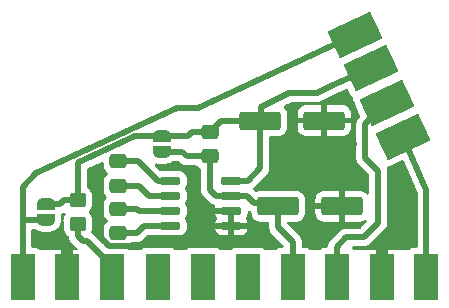
<source format=gbr>
%TF.GenerationSoftware,KiCad,Pcbnew,8.0.0*%
%TF.CreationDate,2025-10-17T20:28:49+03:00*%
%TF.ProjectId,SCART_Cable_Breakout,53434152-545f-4436-9162-6c655f427265,rev?*%
%TF.SameCoordinates,Original*%
%TF.FileFunction,Copper,L2,Bot*%
%TF.FilePolarity,Positive*%
%FSLAX46Y46*%
G04 Gerber Fmt 4.6, Leading zero omitted, Abs format (unit mm)*
G04 Created by KiCad (PCBNEW 8.0.0) date 2025-10-17 20:28:49*
%MOMM*%
%LPD*%
G01*
G04 APERTURE LIST*
G04 Aperture macros list*
%AMRoundRect*
0 Rectangle with rounded corners*
0 $1 Rounding radius*
0 $2 $3 $4 $5 $6 $7 $8 $9 X,Y pos of 4 corners*
0 Add a 4 corners polygon primitive as box body*
4,1,4,$2,$3,$4,$5,$6,$7,$8,$9,$2,$3,0*
0 Add four circle primitives for the rounded corners*
1,1,$1+$1,$2,$3*
1,1,$1+$1,$4,$5*
1,1,$1+$1,$6,$7*
1,1,$1+$1,$8,$9*
0 Add four rect primitives between the rounded corners*
20,1,$1+$1,$2,$3,$4,$5,0*
20,1,$1+$1,$4,$5,$6,$7,0*
20,1,$1+$1,$6,$7,$8,$9,0*
20,1,$1+$1,$8,$9,$2,$3,0*%
%AMRotRect*
0 Rectangle, with rotation*
0 The origin of the aperture is its center*
0 $1 length*
0 $2 width*
0 $3 Rotation angle, in degrees counterclockwise*
0 Add horizontal line*
21,1,$1,$2,0,0,$3*%
%AMFreePoly0*
4,1,19,0.500000,-0.750000,0.000000,-0.750000,0.000000,-0.744911,-0.071157,-0.744911,-0.207708,-0.704816,-0.327430,-0.627875,-0.420627,-0.520320,-0.479746,-0.390866,-0.500000,-0.250000,-0.500000,0.250000,-0.479746,0.390866,-0.420627,0.520320,-0.327430,0.627875,-0.207708,0.704816,-0.071157,0.744911,0.000000,0.744911,0.000000,0.750000,0.500000,0.750000,0.500000,-0.750000,0.500000,-0.750000,
$1*%
%AMFreePoly1*
4,1,19,0.000000,0.744911,0.071157,0.744911,0.207708,0.704816,0.327430,0.627875,0.420627,0.520320,0.479746,0.390866,0.500000,0.250000,0.500000,-0.250000,0.479746,-0.390866,0.420627,-0.520320,0.327430,-0.627875,0.207708,-0.704816,0.071157,-0.744911,0.000000,-0.744911,0.000000,-0.750000,-0.500000,-0.750000,-0.500000,0.750000,0.000000,0.750000,0.000000,0.744911,0.000000,0.744911,
$1*%
G04 Aperture macros list end*
%TA.AperFunction,SMDPad,CuDef*%
%ADD10R,2.000000X4.000000*%
%TD*%
%TA.AperFunction,SMDPad,CuDef*%
%ADD11RotRect,4.000000X2.500000X205.100000*%
%TD*%
%TA.AperFunction,SMDPad,CuDef*%
%ADD12FreePoly0,270.000000*%
%TD*%
%TA.AperFunction,SMDPad,CuDef*%
%ADD13FreePoly1,270.000000*%
%TD*%
%TA.AperFunction,SMDPad,CuDef*%
%ADD14FreePoly0,90.000000*%
%TD*%
%TA.AperFunction,SMDPad,CuDef*%
%ADD15FreePoly1,90.000000*%
%TD*%
%TA.AperFunction,SMDPad,CuDef*%
%ADD16RoundRect,0.250000X0.475000X-0.337500X0.475000X0.337500X-0.475000X0.337500X-0.475000X-0.337500X0*%
%TD*%
%TA.AperFunction,SMDPad,CuDef*%
%ADD17RoundRect,0.250000X-1.500000X-0.550000X1.500000X-0.550000X1.500000X0.550000X-1.500000X0.550000X0*%
%TD*%
%TA.AperFunction,SMDPad,CuDef*%
%ADD18RoundRect,0.250000X0.450000X-0.350000X0.450000X0.350000X-0.450000X0.350000X-0.450000X-0.350000X0*%
%TD*%
%TA.AperFunction,SMDPad,CuDef*%
%ADD19RoundRect,0.150000X-0.725000X-0.150000X0.725000X-0.150000X0.725000X0.150000X-0.725000X0.150000X0*%
%TD*%
%TA.AperFunction,ViaPad*%
%ADD20C,0.600000*%
%TD*%
%TA.AperFunction,Conductor*%
%ADD21C,0.500000*%
%TD*%
%TA.AperFunction,Conductor*%
%ADD22C,1.000000*%
%TD*%
G04 APERTURE END LIST*
D10*
%TO.P,J1,2,P2*%
%TO.N,/AUDIO_IN_R*%
X109600000Y-101250000D03*
%TO.P,J1,4,P4*%
%TO.N,GND*%
X105800000Y-101250000D03*
%TO.P,J1,6,P6*%
%TO.N,/AUDIO_IN_L_MONO*%
X102000000Y-101250000D03*
%TO.P,J1,8,P8*%
%TO.N,/STATUS_ASPECT*%
X98290000Y-101250000D03*
%TO.P,J1,10,P10*%
%TO.N,unconnected-(J1-P10-Pad10)*%
X94490000Y-101250000D03*
%TO.P,J1,12,P12*%
%TO.N,unconnected-(J1-P12-Pad12)*%
X90690000Y-101250000D03*
%TO.P,J1,14,P14*%
%TO.N,unconnected-(J1-P14-Pad14)*%
X86890000Y-101250000D03*
%TO.P,J1,16,P16*%
%TO.N,/BLANKING*%
X83000000Y-101250000D03*
%TO.P,J1,18,P18*%
%TO.N,GND*%
X79200000Y-101250000D03*
%TO.P,J1,20,P20*%
%TO.N,/COMPOSITE_VIDEO_IN*%
X75400000Y-101250000D03*
%TD*%
D11*
%TO.P,J2,5,Pin_5*%
%TO.N,/COMPOSITE_VIDEO_IN*%
X103572539Y-80783384D03*
%TO.P,J2,6,Pin_6*%
%TO.N,+5V*%
X104887557Y-83590648D03*
%TO.P,J2,7,Pin_7*%
%TO.N,/AUDIO_IN_L_MONO*%
X106244996Y-86488467D03*
%TO.P,J2,8,Pin_8*%
%TO.N,/AUDIO_IN_R*%
X107602433Y-89386288D03*
%TD*%
D12*
%TO.P,JP4,1,A*%
%TO.N,+5V*%
X77400000Y-95100000D03*
D13*
%TO.P,JP4,2,B*%
%TO.N,/COMPOSITE_VIDEO_IN*%
X77400000Y-96400000D03*
%TD*%
D14*
%TO.P,JP5,1,A*%
%TO.N,/STATUS_ASPECT*%
X87250000Y-90650000D03*
D15*
%TO.P,JP5,2,B*%
%TO.N,+5V*%
X87250000Y-89350000D03*
%TD*%
D16*
%TO.P,C5,1*%
%TO.N,Net-(U1-C2-)*%
X83500000Y-93537500D03*
%TO.P,C5,2*%
%TO.N,Net-(U1-C2+)*%
X83500000Y-91462500D03*
%TD*%
D17*
%TO.P,C7,1*%
%TO.N,+5V*%
X95550000Y-88000000D03*
%TO.P,C7,2*%
%TO.N,GND*%
X100950000Y-88000000D03*
%TD*%
D16*
%TO.P,C4,1*%
%TO.N,Net-(U1-C1-)*%
X83500000Y-97537500D03*
%TO.P,C4,2*%
%TO.N,Net-(U1-C1+)*%
X83500000Y-95462500D03*
%TD*%
%TO.P,C6,1*%
%TO.N,/STATUS_ASPECT*%
X91250000Y-91037500D03*
%TO.P,C6,2*%
%TO.N,+5V*%
X91250000Y-88962500D03*
%TD*%
D18*
%TO.P,R1,1*%
%TO.N,/BLANKING*%
X80100000Y-96750000D03*
%TO.P,R1,2*%
%TO.N,+5V*%
X80100000Y-94750000D03*
%TD*%
D17*
%TO.P,C8,1*%
%TO.N,/STATUS_ASPECT*%
X97050000Y-95250000D03*
%TO.P,C8,2*%
%TO.N,GND*%
X102450000Y-95250000D03*
%TD*%
D19*
%TO.P,U1,1,C1-*%
%TO.N,Net-(U1-C1-)*%
X87925000Y-96905000D03*
%TO.P,U1,2,C1+*%
%TO.N,Net-(U1-C1+)*%
X87925000Y-95635000D03*
%TO.P,U1,3,C2-*%
%TO.N,Net-(U1-C2-)*%
X87925000Y-94365000D03*
%TO.P,U1,4,C2+*%
%TO.N,Net-(U1-C2+)*%
X87925000Y-93095000D03*
%TO.P,U1,5,VCC*%
%TO.N,+5V*%
X93075000Y-93095000D03*
%TO.P,U1,6,VOUT*%
%TO.N,/STATUS_ASPECT*%
X93075000Y-94365000D03*
%TO.P,U1,7,GND*%
%TO.N,GND*%
X93075000Y-95635000D03*
%TO.P,U1,8,SHDN*%
X93075000Y-96905000D03*
%TD*%
D20*
%TO.N,GND*%
X78606497Y-98200000D03*
X107400000Y-93700000D03*
X90000000Y-96700000D03*
X103500000Y-92800000D03*
X94800000Y-96900000D03*
X81800000Y-96600000D03*
X107400000Y-97700000D03*
X96700000Y-92300000D03*
X90000000Y-94000000D03*
X103500000Y-90000000D03*
X77000000Y-98200000D03*
X96700000Y-90000000D03*
X81800000Y-93900000D03*
X95600000Y-97900000D03*
%TD*%
D21*
%TO.N,Net-(U1-C1+)*%
X85235000Y-95635000D02*
X85062500Y-95462500D01*
X85062500Y-95462500D02*
X83500000Y-95462500D01*
X87925000Y-95635000D02*
X85235000Y-95635000D01*
%TO.N,Net-(U1-C1-)*%
X87925000Y-96905000D02*
X85695000Y-96905000D01*
X85695000Y-96905000D02*
X85062500Y-97537500D01*
X85062500Y-97537500D02*
X83500000Y-97537500D01*
%TO.N,Net-(U1-C2+)*%
X85212500Y-91462500D02*
X83500000Y-91462500D01*
X87925000Y-93095000D02*
X86845000Y-93095000D01*
X86845000Y-93095000D02*
X85212500Y-91462500D01*
%TO.N,Net-(U1-C2-)*%
X87925000Y-94365000D02*
X86115000Y-94365000D01*
X85287500Y-93537500D02*
X83500000Y-93537500D01*
X86115000Y-94365000D02*
X85287500Y-93537500D01*
%TO.N,+5V*%
X95550000Y-92050000D02*
X94505000Y-93095000D01*
X98000000Y-85700000D02*
X100300000Y-85700000D01*
X78600000Y-95100000D02*
X78950000Y-94750000D01*
X77400000Y-95100000D02*
X78600000Y-95100000D01*
X80100000Y-94750000D02*
X80100000Y-91600000D01*
X84924876Y-89350000D02*
X87250000Y-89350000D01*
X89400000Y-89350000D02*
X89787500Y-88962500D01*
X94505000Y-93095000D02*
X93075000Y-93095000D01*
X100300000Y-85700000D02*
X101500000Y-85100000D01*
X95550000Y-88000000D02*
X92212500Y-88000000D01*
X80100000Y-91600000D02*
X80148294Y-91551706D01*
X89787500Y-88962500D02*
X91250000Y-88962500D01*
X80148294Y-91551706D02*
X84924876Y-89350000D01*
X95550000Y-88000000D02*
X95550000Y-92050000D01*
X78950000Y-94750000D02*
X80100000Y-94750000D01*
X104887557Y-83590648D02*
X101500000Y-85100000D01*
X92212500Y-88000000D02*
X91250000Y-88962500D01*
X95550000Y-88000000D02*
X95555762Y-86848713D01*
X87250000Y-89350000D02*
X89400000Y-89350000D01*
X95555762Y-86848713D02*
X98000000Y-85700000D01*
%TO.N,/STATUS_ASPECT*%
X87250000Y-90650000D02*
X88900000Y-90650000D01*
X93075000Y-94365000D02*
X94365000Y-94365000D01*
X97050000Y-97050000D02*
X97050000Y-95250000D01*
X93075000Y-94365000D02*
X91765000Y-94365000D01*
X88900000Y-90650000D02*
X89287500Y-91037500D01*
X89287500Y-91037500D02*
X91250000Y-91037500D01*
X98290000Y-101250000D02*
X98290000Y-98290000D01*
X95000000Y-95000000D02*
X97300000Y-95000000D01*
X94365000Y-94365000D02*
X95000000Y-95000000D01*
X91250000Y-93850000D02*
X91250000Y-91037500D01*
X98290000Y-98290000D02*
X97050000Y-97050000D01*
X91765000Y-94365000D02*
X91250000Y-93850000D01*
%TO.N,GND*%
X94795000Y-96905000D02*
X94800000Y-96900000D01*
D22*
X79200000Y-98793503D02*
X79200000Y-101250000D01*
D21*
X93075000Y-95635000D02*
X93075000Y-96905000D01*
X81800000Y-97646878D02*
X82753122Y-98600000D01*
X82753122Y-98600000D02*
X85000000Y-98600000D01*
X93075000Y-96905000D02*
X94795000Y-96905000D01*
D22*
X105800000Y-101250000D02*
X105800000Y-98800000D01*
X78606497Y-98200000D02*
X79200000Y-98793503D01*
D21*
X81800000Y-96600000D02*
X81800000Y-97646878D01*
X81800000Y-93900000D02*
X81800000Y-96600000D01*
%TO.N,/AUDIO_IN_R*%
X109600000Y-93850000D02*
X109600000Y-101250000D01*
X107602433Y-89386288D02*
X109600000Y-93850000D01*
%TO.N,/AUDIO_IN_L_MONO*%
X102800000Y-97900000D02*
X104300000Y-97900000D01*
X102000000Y-101250000D02*
X102000000Y-98700000D01*
X102000000Y-98700000D02*
X102800000Y-97900000D01*
X105500000Y-96700000D02*
X105500000Y-92250000D01*
X104400000Y-91150000D02*
X104400000Y-88333463D01*
X105500000Y-92250000D02*
X104400000Y-91150000D01*
X104400000Y-88333463D02*
X106244996Y-86488467D01*
X104300000Y-97900000D02*
X105500000Y-96700000D01*
%TO.N,/COMPOSITE_VIDEO_IN*%
X75400000Y-93600000D02*
X76569458Y-92430542D01*
X88467442Y-86946315D02*
X90300000Y-86900000D01*
X90300000Y-86900000D02*
X103572539Y-80783384D01*
X75550000Y-96400000D02*
X77400000Y-96400000D01*
X76569458Y-92430542D02*
X88467442Y-86946315D01*
X75400000Y-101250000D02*
X75400000Y-93600000D01*
%TO.N,/BLANKING*%
X80900000Y-98200000D02*
X80500000Y-98200000D01*
X80500000Y-98200000D02*
X80100000Y-97800000D01*
X83000000Y-101250000D02*
X83000000Y-100300000D01*
X80100000Y-97800000D02*
X80100000Y-96750000D01*
X83000000Y-100300000D02*
X80900000Y-98200000D01*
%TD*%
%TA.AperFunction,Conductor*%
%TO.N,GND*%
G36*
X79007576Y-95821972D02*
G01*
X79043228Y-95882061D01*
X79040734Y-95951886D01*
X79028619Y-95977823D01*
X78965189Y-96080659D01*
X78965185Y-96080668D01*
X78952372Y-96119336D01*
X78916787Y-96226726D01*
X78910001Y-96247204D01*
X78910000Y-96247205D01*
X78902858Y-96317120D01*
X78876462Y-96381811D01*
X78839118Y-96408033D01*
X78869212Y-96427373D01*
X78898238Y-96490928D01*
X78899500Y-96508576D01*
X78899500Y-97150001D01*
X78899501Y-97150019D01*
X78910000Y-97252796D01*
X78910001Y-97252799D01*
X78965185Y-97419331D01*
X78965187Y-97419336D01*
X78988142Y-97456552D01*
X79057288Y-97568656D01*
X79181344Y-97692712D01*
X79290597Y-97760099D01*
X79337321Y-97812047D01*
X79349500Y-97865638D01*
X79349500Y-97873919D01*
X79378340Y-98018907D01*
X79378343Y-98018917D01*
X79434914Y-98155491D01*
X79434916Y-98155495D01*
X79434917Y-98155496D01*
X79460866Y-98194333D01*
X79517048Y-98278416D01*
X79517052Y-98278421D01*
X80025891Y-98787259D01*
X80024175Y-98788974D01*
X80057496Y-98837875D01*
X80059376Y-98907720D01*
X80023198Y-98967493D01*
X79960447Y-98998218D01*
X79939502Y-99000000D01*
X76900124Y-99000000D01*
X76833085Y-98980315D01*
X76800859Y-98950313D01*
X76757546Y-98892454D01*
X76732582Y-98873766D01*
X76642335Y-98806206D01*
X76642328Y-98806202D01*
X76507482Y-98755908D01*
X76507483Y-98755908D01*
X76447883Y-98749501D01*
X76447881Y-98749500D01*
X76447873Y-98749500D01*
X76447865Y-98749500D01*
X76274500Y-98749500D01*
X76207461Y-98729815D01*
X76161706Y-98677011D01*
X76150500Y-98625500D01*
X76150500Y-97274500D01*
X76170185Y-97207461D01*
X76222989Y-97161706D01*
X76274500Y-97150500D01*
X76434432Y-97150500D01*
X76501471Y-97170185D01*
X76515630Y-97180783D01*
X76545870Y-97206986D01*
X76666906Y-97284770D01*
X76666914Y-97284774D01*
X76666923Y-97284779D01*
X76791642Y-97341736D01*
X76795941Y-97343985D01*
X76797692Y-97344499D01*
X76935744Y-97385035D01*
X76935745Y-97385035D01*
X76935748Y-97385036D01*
X76978183Y-97391136D01*
X77078059Y-97405497D01*
X77134399Y-97405497D01*
X77134409Y-97405500D01*
X77185764Y-97405500D01*
X77665573Y-97405500D01*
X77665601Y-97405497D01*
X77721940Y-97405497D01*
X77721941Y-97405497D01*
X77855479Y-97386297D01*
X77855481Y-97386297D01*
X77861612Y-97385415D01*
X77864256Y-97385035D01*
X77864257Y-97385035D01*
X78002309Y-97344498D01*
X78133094Y-97284770D01*
X78254130Y-97206986D01*
X78362791Y-97112832D01*
X78362794Y-97112829D01*
X78457015Y-97004091D01*
X78534747Y-96883137D01*
X78594517Y-96752259D01*
X78635024Y-96614304D01*
X78652762Y-96490928D01*
X78681787Y-96427374D01*
X78716146Y-96405291D01*
X78689193Y-96389492D01*
X78657588Y-96327179D01*
X78655500Y-96304517D01*
X78655500Y-95955927D01*
X78675185Y-95888888D01*
X78727989Y-95843133D01*
X78755309Y-95834310D01*
X78762053Y-95832968D01*
X78818913Y-95821658D01*
X78875628Y-95798165D01*
X78945096Y-95790697D01*
X79007576Y-95821972D01*
G37*
%TD.AperFunction*%
%TA.AperFunction,Conductor*%
G36*
X88604809Y-91420185D02*
G01*
X88625451Y-91436819D01*
X88809084Y-91620452D01*
X88878823Y-91667049D01*
X88932005Y-91702584D01*
X88947215Y-91708884D01*
X89068588Y-91759159D01*
X89184741Y-91782263D01*
X89203968Y-91786087D01*
X89213581Y-91788000D01*
X89213582Y-91788000D01*
X89213583Y-91788000D01*
X89361418Y-91788000D01*
X90078752Y-91788000D01*
X90145791Y-91807685D01*
X90176531Y-91838997D01*
X90177807Y-91837989D01*
X90182288Y-91843656D01*
X90306344Y-91967712D01*
X90440597Y-92050519D01*
X90487321Y-92102465D01*
X90499500Y-92156057D01*
X90499500Y-93923918D01*
X90499500Y-93923920D01*
X90499499Y-93923920D01*
X90528340Y-94068907D01*
X90528343Y-94068917D01*
X90584913Y-94205490D01*
X90584914Y-94205491D01*
X90584916Y-94205495D01*
X90602188Y-94231344D01*
X90653196Y-94307685D01*
X90667051Y-94328420D01*
X90667052Y-94328421D01*
X91286584Y-94947952D01*
X91286590Y-94947957D01*
X91340657Y-94984081D01*
X91340660Y-94984084D01*
X91340661Y-94984084D01*
X91409505Y-95030084D01*
X91409507Y-95030085D01*
X91409511Y-95030087D01*
X91546082Y-95086656D01*
X91546087Y-95086658D01*
X91546091Y-95086658D01*
X91546092Y-95086659D01*
X91642984Y-95105933D01*
X91704895Y-95138318D01*
X91739469Y-95199034D01*
X91737869Y-95262144D01*
X91702899Y-95382511D01*
X91702704Y-95384998D01*
X91702705Y-95385000D01*
X93201000Y-95385000D01*
X93268039Y-95404685D01*
X93313794Y-95457489D01*
X93325000Y-95509000D01*
X93325000Y-96655000D01*
X94447295Y-96655000D01*
X94447295Y-96654998D01*
X94447100Y-96652513D01*
X94401281Y-96494801D01*
X94317685Y-96353447D01*
X94312900Y-96347278D01*
X94315252Y-96345453D01*
X94288445Y-96296405D01*
X94293402Y-96226712D01*
X94314465Y-96193936D01*
X94312900Y-96192722D01*
X94317685Y-96186552D01*
X94401282Y-96045196D01*
X94401283Y-96045193D01*
X94447099Y-95887495D01*
X94447100Y-95887489D01*
X94449999Y-95850649D01*
X94450000Y-95850634D01*
X94450000Y-95767107D01*
X94469685Y-95700068D01*
X94522489Y-95654313D01*
X94591647Y-95644369D01*
X94638978Y-95662507D01*
X94639135Y-95662214D01*
X94641470Y-95663462D01*
X94642894Y-95664008D01*
X94644505Y-95665084D01*
X94683925Y-95681412D01*
X94683926Y-95681413D01*
X94722952Y-95697578D01*
X94777356Y-95741419D01*
X94799421Y-95807713D01*
X94799500Y-95812136D01*
X94799500Y-95849999D01*
X94799501Y-95850019D01*
X94810000Y-95952796D01*
X94810001Y-95952799D01*
X94840684Y-96045393D01*
X94865186Y-96119334D01*
X94957288Y-96268656D01*
X95081344Y-96392712D01*
X95230666Y-96484814D01*
X95397203Y-96539999D01*
X95499991Y-96550500D01*
X96175500Y-96550499D01*
X96242539Y-96570183D01*
X96288294Y-96622987D01*
X96299500Y-96674499D01*
X96299500Y-97123918D01*
X96299500Y-97123920D01*
X96299499Y-97123920D01*
X96328340Y-97268907D01*
X96328343Y-97268917D01*
X96384913Y-97405490D01*
X96384915Y-97405493D01*
X96384916Y-97405495D01*
X96388516Y-97410882D01*
X96395718Y-97421662D01*
X96395717Y-97421662D01*
X96467046Y-97528414D01*
X96467052Y-97528421D01*
X97476451Y-98537819D01*
X97509936Y-98599142D01*
X97504952Y-98668834D01*
X97463080Y-98724767D01*
X97397616Y-98749184D01*
X97388771Y-98749500D01*
X97242130Y-98749500D01*
X97242123Y-98749501D01*
X97182516Y-98755908D01*
X97047671Y-98806202D01*
X97047664Y-98806206D01*
X96932456Y-98892452D01*
X96932455Y-98892453D01*
X96932454Y-98892454D01*
X96889141Y-98950312D01*
X96833209Y-98992182D01*
X96789876Y-99000000D01*
X95990124Y-99000000D01*
X95923085Y-98980315D01*
X95890859Y-98950313D01*
X95847546Y-98892454D01*
X95822582Y-98873766D01*
X95732335Y-98806206D01*
X95732328Y-98806202D01*
X95597482Y-98755908D01*
X95597483Y-98755908D01*
X95537883Y-98749501D01*
X95537881Y-98749500D01*
X95537873Y-98749500D01*
X95537864Y-98749500D01*
X93442129Y-98749500D01*
X93442123Y-98749501D01*
X93382516Y-98755908D01*
X93247671Y-98806202D01*
X93247664Y-98806206D01*
X93132456Y-98892452D01*
X93132455Y-98892453D01*
X93132454Y-98892454D01*
X93089141Y-98950312D01*
X93033209Y-98992182D01*
X92989876Y-99000000D01*
X92190124Y-99000000D01*
X92123085Y-98980315D01*
X92090859Y-98950313D01*
X92047546Y-98892454D01*
X92022582Y-98873766D01*
X91932335Y-98806206D01*
X91932328Y-98806202D01*
X91797482Y-98755908D01*
X91797483Y-98755908D01*
X91737883Y-98749501D01*
X91737881Y-98749500D01*
X91737873Y-98749500D01*
X91737864Y-98749500D01*
X89642129Y-98749500D01*
X89642123Y-98749501D01*
X89582516Y-98755908D01*
X89447671Y-98806202D01*
X89447664Y-98806206D01*
X89332456Y-98892452D01*
X89332455Y-98892453D01*
X89332454Y-98892454D01*
X89289141Y-98950312D01*
X89233209Y-98992182D01*
X89189876Y-99000000D01*
X88390124Y-99000000D01*
X88323085Y-98980315D01*
X88290859Y-98950313D01*
X88247546Y-98892454D01*
X88222582Y-98873766D01*
X88132335Y-98806206D01*
X88132328Y-98806202D01*
X87997482Y-98755908D01*
X87997483Y-98755908D01*
X87937883Y-98749501D01*
X87937881Y-98749500D01*
X87937873Y-98749500D01*
X87937864Y-98749500D01*
X85842129Y-98749500D01*
X85842123Y-98749501D01*
X85782516Y-98755908D01*
X85647671Y-98806202D01*
X85647664Y-98806206D01*
X85532456Y-98892452D01*
X85532455Y-98892453D01*
X85532454Y-98892454D01*
X85489141Y-98950312D01*
X85433209Y-98992182D01*
X85389876Y-99000000D01*
X84500124Y-99000000D01*
X84433085Y-98980315D01*
X84400859Y-98950313D01*
X84357546Y-98892454D01*
X84332582Y-98873766D01*
X84242335Y-98806206D01*
X84234546Y-98801953D01*
X84235837Y-98799588D01*
X84191063Y-98766059D01*
X84166657Y-98700591D01*
X84181521Y-98632321D01*
X84230935Y-98582924D01*
X84251331Y-98574063D01*
X84294334Y-98559814D01*
X84443656Y-98467712D01*
X84567712Y-98343656D01*
X84567715Y-98343650D01*
X84572193Y-98337989D01*
X84574015Y-98339430D01*
X84617665Y-98300175D01*
X84671248Y-98288000D01*
X85136420Y-98288000D01*
X85233962Y-98268596D01*
X85281413Y-98259158D01*
X85417995Y-98202584D01*
X85488469Y-98155495D01*
X85540916Y-98120452D01*
X85969549Y-97691819D01*
X86030872Y-97658334D01*
X86057230Y-97655500D01*
X86917672Y-97655500D01*
X86952267Y-97660424D01*
X87097426Y-97702597D01*
X87097429Y-97702597D01*
X87097431Y-97702598D01*
X87134306Y-97705500D01*
X87134314Y-97705500D01*
X88715686Y-97705500D01*
X88715694Y-97705500D01*
X88752569Y-97702598D01*
X88752571Y-97702597D01*
X88752573Y-97702597D01*
X88794191Y-97690505D01*
X88910398Y-97656744D01*
X89051865Y-97573081D01*
X89168081Y-97456865D01*
X89251744Y-97315398D01*
X89285505Y-97199191D01*
X89297597Y-97157573D01*
X89297598Y-97157567D01*
X89297800Y-97155001D01*
X91702704Y-97155001D01*
X91702899Y-97157486D01*
X91748718Y-97315198D01*
X91832314Y-97456552D01*
X91832321Y-97456561D01*
X91948438Y-97572678D01*
X91948447Y-97572685D01*
X92089803Y-97656282D01*
X92089806Y-97656283D01*
X92247504Y-97702099D01*
X92247510Y-97702100D01*
X92284350Y-97704999D01*
X92284366Y-97705000D01*
X92825000Y-97705000D01*
X92825000Y-97155000D01*
X93325000Y-97155000D01*
X93325000Y-97705000D01*
X93865634Y-97705000D01*
X93865649Y-97704999D01*
X93902489Y-97702100D01*
X93902495Y-97702099D01*
X94060193Y-97656283D01*
X94060196Y-97656282D01*
X94201552Y-97572685D01*
X94201561Y-97572678D01*
X94317678Y-97456561D01*
X94317685Y-97456552D01*
X94401281Y-97315198D01*
X94447100Y-97157486D01*
X94447295Y-97155001D01*
X94447295Y-97155000D01*
X93325000Y-97155000D01*
X92825000Y-97155000D01*
X91702705Y-97155000D01*
X91702704Y-97155001D01*
X89297800Y-97155001D01*
X89300500Y-97120694D01*
X89300500Y-96689306D01*
X89297800Y-96654998D01*
X91702704Y-96654998D01*
X91702705Y-96655000D01*
X92825000Y-96655000D01*
X92825000Y-95885000D01*
X91702705Y-95885000D01*
X91702704Y-95885001D01*
X91702899Y-95887486D01*
X91748718Y-96045198D01*
X91832314Y-96186552D01*
X91837100Y-96192722D01*
X91834753Y-96194542D01*
X91861564Y-96243642D01*
X91856580Y-96313334D01*
X91835541Y-96346069D01*
X91837100Y-96347278D01*
X91832314Y-96353447D01*
X91748718Y-96494801D01*
X91702899Y-96652513D01*
X91702704Y-96654998D01*
X89297800Y-96654998D01*
X89297598Y-96652431D01*
X89283116Y-96602585D01*
X89251745Y-96494606D01*
X89251744Y-96494603D01*
X89251744Y-96494602D01*
X89168081Y-96353135D01*
X89168078Y-96353132D01*
X89163298Y-96346969D01*
X89165750Y-96345066D01*
X89139155Y-96296421D01*
X89144104Y-96226726D01*
X89164940Y-96194304D01*
X89163298Y-96193031D01*
X89168075Y-96186870D01*
X89168081Y-96186865D01*
X89251744Y-96045398D01*
X89285505Y-95929191D01*
X89297597Y-95887573D01*
X89297598Y-95887567D01*
X89297604Y-95887489D01*
X89300500Y-95850694D01*
X89300500Y-95419306D01*
X89297598Y-95382431D01*
X89251744Y-95224602D01*
X89168081Y-95083135D01*
X89168078Y-95083132D01*
X89163298Y-95076969D01*
X89165750Y-95075066D01*
X89139155Y-95026421D01*
X89144104Y-94956726D01*
X89164940Y-94924304D01*
X89163298Y-94923031D01*
X89168075Y-94916870D01*
X89168081Y-94916865D01*
X89251744Y-94775398D01*
X89297598Y-94617569D01*
X89300500Y-94580694D01*
X89300500Y-94149306D01*
X89297598Y-94112431D01*
X89296104Y-94107289D01*
X89260895Y-93986099D01*
X89251744Y-93954602D01*
X89168081Y-93813135D01*
X89168078Y-93813132D01*
X89163298Y-93806969D01*
X89165750Y-93805066D01*
X89139155Y-93756421D01*
X89144104Y-93686726D01*
X89164940Y-93654304D01*
X89163298Y-93653031D01*
X89168075Y-93646870D01*
X89168081Y-93646865D01*
X89251744Y-93505398D01*
X89287860Y-93381087D01*
X89297597Y-93347573D01*
X89297598Y-93347567D01*
X89300499Y-93310701D01*
X89300500Y-93310694D01*
X89300500Y-92879306D01*
X89297598Y-92842431D01*
X89251744Y-92684602D01*
X89168081Y-92543135D01*
X89168079Y-92543133D01*
X89168076Y-92543129D01*
X89051870Y-92426923D01*
X89051862Y-92426917D01*
X88910396Y-92343255D01*
X88910393Y-92343254D01*
X88752573Y-92297402D01*
X88752567Y-92297401D01*
X88715701Y-92294500D01*
X88715694Y-92294500D01*
X87157229Y-92294500D01*
X87090190Y-92274815D01*
X87069548Y-92258181D01*
X86648876Y-91837508D01*
X86615391Y-91776185D01*
X86620375Y-91706493D01*
X86662247Y-91650560D01*
X86727711Y-91626143D01*
X86771494Y-91630850D01*
X86785744Y-91635035D01*
X86785745Y-91635035D01*
X86785748Y-91635036D01*
X86828183Y-91641136D01*
X86928059Y-91655497D01*
X86984399Y-91655497D01*
X86984409Y-91655500D01*
X87035764Y-91655500D01*
X87515573Y-91655500D01*
X87515601Y-91655497D01*
X87571940Y-91655497D01*
X87571941Y-91655497D01*
X87705479Y-91636297D01*
X87705481Y-91636297D01*
X87711612Y-91635415D01*
X87714256Y-91635035D01*
X87714257Y-91635035D01*
X87852309Y-91594498D01*
X87979483Y-91536419D01*
X87983081Y-91534776D01*
X87983081Y-91534775D01*
X87983094Y-91534770D01*
X88104130Y-91456986D01*
X88134366Y-91430786D01*
X88197921Y-91401762D01*
X88215568Y-91400500D01*
X88537770Y-91400500D01*
X88604809Y-91420185D01*
G37*
%TD.AperFunction*%
%TA.AperFunction,Conductor*%
G36*
X102942916Y-85358080D02*
G01*
X102973138Y-85398433D01*
X103145290Y-85765937D01*
X103173745Y-85826682D01*
X103204827Y-85877931D01*
X103204829Y-85877933D01*
X103204830Y-85877934D01*
X103307578Y-85978713D01*
X103344341Y-85998327D01*
X103394222Y-86047251D01*
X103409735Y-86115377D01*
X103407387Y-86132912D01*
X103398925Y-86173711D01*
X103398925Y-86173713D01*
X103398925Y-86173715D01*
X103410582Y-86317165D01*
X103410582Y-86317167D01*
X103410583Y-86317169D01*
X103420736Y-86346716D01*
X103430064Y-86373864D01*
X103918728Y-87417049D01*
X103989114Y-87567307D01*
X103999726Y-87636366D01*
X103971317Y-87700200D01*
X103964505Y-87707589D01*
X103817048Y-87855047D01*
X103804050Y-87874501D01*
X103804048Y-87874502D01*
X103804048Y-87874503D01*
X103734916Y-87977966D01*
X103734914Y-87977969D01*
X103678343Y-88114545D01*
X103678340Y-88114555D01*
X103649500Y-88259542D01*
X103649500Y-88259545D01*
X103649500Y-91223918D01*
X103649500Y-91223920D01*
X103649499Y-91223920D01*
X103678340Y-91368907D01*
X103678343Y-91368917D01*
X103734914Y-91505492D01*
X103734915Y-91505494D01*
X103734916Y-91505495D01*
X103749816Y-91527795D01*
X103755577Y-91536416D01*
X103755578Y-91536419D01*
X103817046Y-91628414D01*
X103817052Y-91628421D01*
X104713181Y-92524549D01*
X104746666Y-92585872D01*
X104749500Y-92612230D01*
X104749500Y-94139477D01*
X104729815Y-94206516D01*
X104677011Y-94252271D01*
X104607853Y-94262215D01*
X104544297Y-94233190D01*
X104537819Y-94227158D01*
X104418345Y-94107684D01*
X104269124Y-94015643D01*
X104269119Y-94015641D01*
X104102697Y-93960494D01*
X104102690Y-93960493D01*
X103999986Y-93950000D01*
X102700000Y-93950000D01*
X102700000Y-96549999D01*
X103999972Y-96549999D01*
X103999986Y-96549998D01*
X104102697Y-96539505D01*
X104269119Y-96484358D01*
X104269130Y-96484353D01*
X104371301Y-96421333D01*
X104438693Y-96402892D01*
X104505356Y-96423814D01*
X104550126Y-96477456D01*
X104558788Y-96546786D01*
X104528592Y-96609794D01*
X104524079Y-96614552D01*
X104025451Y-97113181D01*
X103964128Y-97146666D01*
X103937770Y-97149500D01*
X102726080Y-97149500D01*
X102581092Y-97178340D01*
X102581082Y-97178343D01*
X102444511Y-97234912D01*
X102444499Y-97234919D01*
X102406226Y-97260493D01*
X102406225Y-97260494D01*
X102321579Y-97317051D01*
X102321578Y-97317052D01*
X101417050Y-98221581D01*
X101417044Y-98221589D01*
X101379074Y-98278415D01*
X101379075Y-98278416D01*
X101334913Y-98344508D01*
X101278343Y-98481082D01*
X101278340Y-98481092D01*
X101249499Y-98626079D01*
X101248903Y-98632142D01*
X101247587Y-98632012D01*
X101229815Y-98692539D01*
X101177011Y-98738294D01*
X101125501Y-98749500D01*
X100952130Y-98749500D01*
X100952123Y-98749501D01*
X100892516Y-98755908D01*
X100757671Y-98806202D01*
X100757664Y-98806206D01*
X100642456Y-98892452D01*
X100642455Y-98892453D01*
X100642454Y-98892454D01*
X100599141Y-98950312D01*
X100543209Y-98992182D01*
X100499876Y-99000000D01*
X99790124Y-99000000D01*
X99723085Y-98980315D01*
X99690859Y-98950313D01*
X99647546Y-98892454D01*
X99622582Y-98873766D01*
X99532335Y-98806206D01*
X99532328Y-98806202D01*
X99397482Y-98755908D01*
X99397483Y-98755908D01*
X99337883Y-98749501D01*
X99337881Y-98749500D01*
X99337873Y-98749500D01*
X99337865Y-98749500D01*
X99164500Y-98749500D01*
X99097461Y-98729815D01*
X99051706Y-98677011D01*
X99040500Y-98625500D01*
X99040500Y-98216079D01*
X99011659Y-98071092D01*
X99011658Y-98071091D01*
X99011658Y-98071087D01*
X98993727Y-98027797D01*
X98955087Y-97934511D01*
X98955083Y-97934504D01*
X98914601Y-97873918D01*
X98872952Y-97811584D01*
X97836819Y-96775451D01*
X97803334Y-96714128D01*
X97800500Y-96687770D01*
X97800500Y-96674499D01*
X97820185Y-96607460D01*
X97872989Y-96561705D01*
X97924500Y-96550499D01*
X98600002Y-96550499D01*
X98600008Y-96550499D01*
X98702797Y-96539999D01*
X98869334Y-96484814D01*
X99018656Y-96392712D01*
X99142712Y-96268656D01*
X99234814Y-96119334D01*
X99289999Y-95952797D01*
X99300500Y-95850009D01*
X99300500Y-95500000D01*
X100200001Y-95500000D01*
X100200001Y-95849986D01*
X100210494Y-95952697D01*
X100265641Y-96119119D01*
X100265643Y-96119124D01*
X100357684Y-96268345D01*
X100481654Y-96392315D01*
X100630875Y-96484356D01*
X100630880Y-96484358D01*
X100797302Y-96539505D01*
X100797309Y-96539506D01*
X100900019Y-96549999D01*
X102199999Y-96549999D01*
X102200000Y-96549998D01*
X102200000Y-95500000D01*
X100200001Y-95500000D01*
X99300500Y-95500000D01*
X99300499Y-95000000D01*
X100200000Y-95000000D01*
X102200000Y-95000000D01*
X102200000Y-93950000D01*
X100900028Y-93950000D01*
X100900012Y-93950001D01*
X100797302Y-93960494D01*
X100630880Y-94015641D01*
X100630875Y-94015643D01*
X100481654Y-94107684D01*
X100357684Y-94231654D01*
X100265643Y-94380875D01*
X100265641Y-94380880D01*
X100210494Y-94547302D01*
X100210493Y-94547309D01*
X100200000Y-94650013D01*
X100200000Y-95000000D01*
X99300499Y-95000000D01*
X99300499Y-94649992D01*
X99289999Y-94547203D01*
X99234814Y-94380666D01*
X99142712Y-94231344D01*
X99018656Y-94107288D01*
X98904295Y-94036750D01*
X98869336Y-94015187D01*
X98869331Y-94015185D01*
X98867862Y-94014698D01*
X98702797Y-93960001D01*
X98702795Y-93960000D01*
X98600010Y-93949500D01*
X95499998Y-93949500D01*
X95499981Y-93949501D01*
X95397203Y-93960000D01*
X95397200Y-93960001D01*
X95230666Y-94015186D01*
X95218790Y-94022511D01*
X95151396Y-94040948D01*
X95084734Y-94020022D01*
X95066022Y-94004655D01*
X94943928Y-93882560D01*
X94910445Y-93821239D01*
X94915429Y-93751547D01*
X94957301Y-93695614D01*
X94962683Y-93691804D01*
X94983416Y-93677952D01*
X96132951Y-92528416D01*
X96215084Y-92405495D01*
X96271658Y-92268913D01*
X96290124Y-92176079D01*
X96300500Y-92123920D01*
X96300500Y-89424499D01*
X96320185Y-89357460D01*
X96372989Y-89311705D01*
X96424500Y-89300499D01*
X97100002Y-89300499D01*
X97100008Y-89300499D01*
X97202797Y-89289999D01*
X97369334Y-89234814D01*
X97518656Y-89142712D01*
X97642712Y-89018656D01*
X97734814Y-88869334D01*
X97789999Y-88702797D01*
X97800500Y-88600009D01*
X97800500Y-88250000D01*
X98700001Y-88250000D01*
X98700001Y-88599986D01*
X98710494Y-88702697D01*
X98765641Y-88869119D01*
X98765643Y-88869124D01*
X98857684Y-89018345D01*
X98981654Y-89142315D01*
X99130875Y-89234356D01*
X99130880Y-89234358D01*
X99297302Y-89289505D01*
X99297309Y-89289506D01*
X99400019Y-89299999D01*
X100699999Y-89299999D01*
X100700000Y-89299998D01*
X100700000Y-88250000D01*
X101200000Y-88250000D01*
X101200000Y-89299999D01*
X102499972Y-89299999D01*
X102499986Y-89299998D01*
X102602697Y-89289505D01*
X102769119Y-89234358D01*
X102769124Y-89234356D01*
X102918345Y-89142315D01*
X103042315Y-89018345D01*
X103134356Y-88869124D01*
X103134358Y-88869119D01*
X103189505Y-88702697D01*
X103189506Y-88702690D01*
X103199999Y-88599986D01*
X103200000Y-88599973D01*
X103200000Y-88250000D01*
X101200000Y-88250000D01*
X100700000Y-88250000D01*
X98700001Y-88250000D01*
X97800500Y-88250000D01*
X97800499Y-87750000D01*
X98700000Y-87750000D01*
X100700000Y-87750000D01*
X100700000Y-86700000D01*
X101200000Y-86700000D01*
X101200000Y-87750000D01*
X103199999Y-87750000D01*
X103199999Y-87400028D01*
X103199998Y-87400013D01*
X103189505Y-87297302D01*
X103134358Y-87130880D01*
X103134356Y-87130875D01*
X103042315Y-86981654D01*
X102918345Y-86857684D01*
X102769124Y-86765643D01*
X102769119Y-86765641D01*
X102602697Y-86710494D01*
X102602690Y-86710493D01*
X102499986Y-86700000D01*
X101200000Y-86700000D01*
X100700000Y-86700000D01*
X100309912Y-86700000D01*
X100287336Y-86693370D01*
X100276788Y-86698412D01*
X100257006Y-86700000D01*
X99400028Y-86700000D01*
X99400012Y-86700001D01*
X99297302Y-86710494D01*
X99130880Y-86765641D01*
X99130875Y-86765643D01*
X98981654Y-86857684D01*
X98857684Y-86981654D01*
X98765643Y-87130875D01*
X98765641Y-87130880D01*
X98710494Y-87297302D01*
X98710493Y-87297309D01*
X98700000Y-87400013D01*
X98700000Y-87750000D01*
X97800499Y-87750000D01*
X97800499Y-87399992D01*
X97789999Y-87297203D01*
X97734814Y-87130666D01*
X97642712Y-86981344D01*
X97574209Y-86912841D01*
X97540724Y-86851518D01*
X97545708Y-86781826D01*
X97587580Y-86725893D01*
X97609143Y-86712939D01*
X98045448Y-86507891D01*
X98142509Y-86462276D01*
X98195250Y-86450500D01*
X100245105Y-86450500D01*
X100260601Y-86451472D01*
X100272514Y-86452974D01*
X100279807Y-86456152D01*
X100301121Y-86452312D01*
X100315169Y-86451313D01*
X100322233Y-86450812D01*
X100331022Y-86450500D01*
X100373917Y-86450500D01*
X100373918Y-86450500D01*
X100392583Y-86446786D01*
X100407972Y-86444718D01*
X100426934Y-86443371D01*
X100468291Y-86432044D01*
X100476839Y-86430026D01*
X100518913Y-86421658D01*
X100536470Y-86414384D01*
X100551176Y-86409348D01*
X100558207Y-86407422D01*
X100569520Y-86404325D01*
X100607896Y-86385135D01*
X100615886Y-86381489D01*
X100655495Y-86365084D01*
X100655499Y-86365082D01*
X100671292Y-86354528D01*
X100684728Y-86346719D01*
X101818255Y-85779955D01*
X101823172Y-85777632D01*
X102810387Y-85337771D01*
X102879631Y-85328469D01*
X102942916Y-85358080D01*
G37*
%TD.AperFunction*%
%TA.AperFunction,Conductor*%
G36*
X107656488Y-91374051D02*
G01*
X107689379Y-91417895D01*
X107961117Y-92025113D01*
X108824587Y-93954602D01*
X108838683Y-93986099D01*
X108849500Y-94036750D01*
X108849500Y-98625500D01*
X108829815Y-98692539D01*
X108777011Y-98738294D01*
X108725501Y-98749500D01*
X108552130Y-98749500D01*
X108552123Y-98749501D01*
X108492516Y-98755908D01*
X108357671Y-98806202D01*
X108357664Y-98806206D01*
X108242456Y-98892452D01*
X108242455Y-98892453D01*
X108242454Y-98892454D01*
X108199141Y-98950312D01*
X108143209Y-98992182D01*
X108099876Y-99000000D01*
X103500124Y-99000000D01*
X103433085Y-98980315D01*
X103400859Y-98950313D01*
X103357546Y-98892454D01*
X103357543Y-98892452D01*
X103332582Y-98873766D01*
X103290712Y-98817832D01*
X103285728Y-98748140D01*
X103319214Y-98686818D01*
X103380538Y-98653333D01*
X103406894Y-98650500D01*
X104373920Y-98650500D01*
X104471462Y-98631096D01*
X104518913Y-98621658D01*
X104655495Y-98565084D01*
X104720487Y-98521658D01*
X104720487Y-98521657D01*
X104720489Y-98521657D01*
X104749451Y-98502305D01*
X104778416Y-98482952D01*
X106082951Y-97178416D01*
X106165084Y-97055495D01*
X106221658Y-96918913D01*
X106247898Y-96787000D01*
X106250500Y-96773920D01*
X106250500Y-92176079D01*
X106221659Y-92031090D01*
X106220650Y-92027765D01*
X106220633Y-92025935D01*
X106220470Y-92025113D01*
X106220625Y-92025081D01*
X106220022Y-91957898D01*
X106257266Y-91898783D01*
X106320558Y-91869188D01*
X106329234Y-91868172D01*
X106433805Y-91859675D01*
X106490504Y-91840193D01*
X107523597Y-91356255D01*
X107592654Y-91345643D01*
X107656488Y-91374051D01*
G37*
%TD.AperFunction*%
%TA.AperFunction,Conductor*%
G36*
X82231373Y-91497744D02*
G01*
X82269354Y-91556389D01*
X82274500Y-91591742D01*
X82274500Y-91850000D01*
X82274501Y-91850019D01*
X82285000Y-91952796D01*
X82285001Y-91952799D01*
X82340185Y-92119331D01*
X82340187Y-92119336D01*
X82349112Y-92133805D01*
X82429681Y-92264430D01*
X82432289Y-92268657D01*
X82556346Y-92392714D01*
X82559182Y-92394463D01*
X82560717Y-92396170D01*
X82562011Y-92397193D01*
X82561836Y-92397414D01*
X82605905Y-92446411D01*
X82617126Y-92515374D01*
X82589282Y-92579456D01*
X82559182Y-92605537D01*
X82556346Y-92607285D01*
X82432289Y-92731342D01*
X82340187Y-92880663D01*
X82340185Y-92880668D01*
X82312349Y-92964670D01*
X82285001Y-93047203D01*
X82285001Y-93047204D01*
X82285000Y-93047204D01*
X82274500Y-93149983D01*
X82274500Y-93925001D01*
X82274501Y-93925019D01*
X82285000Y-94027796D01*
X82285001Y-94027799D01*
X82340185Y-94194331D01*
X82340187Y-94194336D01*
X82347070Y-94205495D01*
X82429681Y-94339430D01*
X82432289Y-94343657D01*
X82500951Y-94412319D01*
X82534436Y-94473642D01*
X82529452Y-94543334D01*
X82500951Y-94587681D01*
X82432289Y-94656342D01*
X82340187Y-94805663D01*
X82340186Y-94805666D01*
X82285001Y-94972203D01*
X82285001Y-94972204D01*
X82285000Y-94972204D01*
X82274500Y-95074983D01*
X82274500Y-95850001D01*
X82274501Y-95850019D01*
X82285000Y-95952796D01*
X82285001Y-95952799D01*
X82315684Y-96045393D01*
X82340186Y-96119334D01*
X82432096Y-96268345D01*
X82432289Y-96268657D01*
X82556346Y-96392714D01*
X82559182Y-96394463D01*
X82560717Y-96396170D01*
X82562011Y-96397193D01*
X82561836Y-96397414D01*
X82605905Y-96446411D01*
X82617126Y-96515374D01*
X82589282Y-96579456D01*
X82559182Y-96605537D01*
X82556346Y-96607285D01*
X82432289Y-96731342D01*
X82340187Y-96880663D01*
X82340185Y-96880668D01*
X82327514Y-96918907D01*
X82285001Y-97047203D01*
X82285001Y-97047204D01*
X82285000Y-97047204D01*
X82274500Y-97149983D01*
X82274500Y-97925001D01*
X82274501Y-97925019D01*
X82285000Y-98027796D01*
X82285001Y-98027799D01*
X82340185Y-98194331D01*
X82340189Y-98194340D01*
X82402134Y-98294769D01*
X82420574Y-98362161D01*
X82399651Y-98428825D01*
X82346009Y-98473594D01*
X82276678Y-98482255D01*
X82213671Y-98452058D01*
X82208914Y-98447546D01*
X81378421Y-97617052D01*
X81378414Y-97617046D01*
X81285725Y-97555114D01*
X81240919Y-97501502D01*
X81232212Y-97432177D01*
X81236904Y-97413025D01*
X81289999Y-97252797D01*
X81300500Y-97150009D01*
X81300499Y-96349992D01*
X81300035Y-96345453D01*
X81289999Y-96247203D01*
X81289998Y-96247200D01*
X81285188Y-96232685D01*
X81234814Y-96080666D01*
X81142712Y-95931344D01*
X81049049Y-95837681D01*
X81015564Y-95776358D01*
X81020548Y-95706666D01*
X81049049Y-95662319D01*
X81075000Y-95636368D01*
X81142712Y-95568656D01*
X81234814Y-95419334D01*
X81289999Y-95252797D01*
X81300500Y-95150009D01*
X81300499Y-94349992D01*
X81298295Y-94328420D01*
X81289999Y-94247203D01*
X81289998Y-94247200D01*
X81234814Y-94080666D01*
X81142712Y-93931344D01*
X81018656Y-93807288D01*
X80909402Y-93739900D01*
X80862679Y-93687953D01*
X80850500Y-93634362D01*
X80850500Y-92133805D01*
X80870185Y-92066766D01*
X80922591Y-92021193D01*
X82098593Y-91479128D01*
X82167716Y-91468943D01*
X82231373Y-91497744D01*
G37*
%TD.AperFunction*%
%TD*%
M02*

</source>
